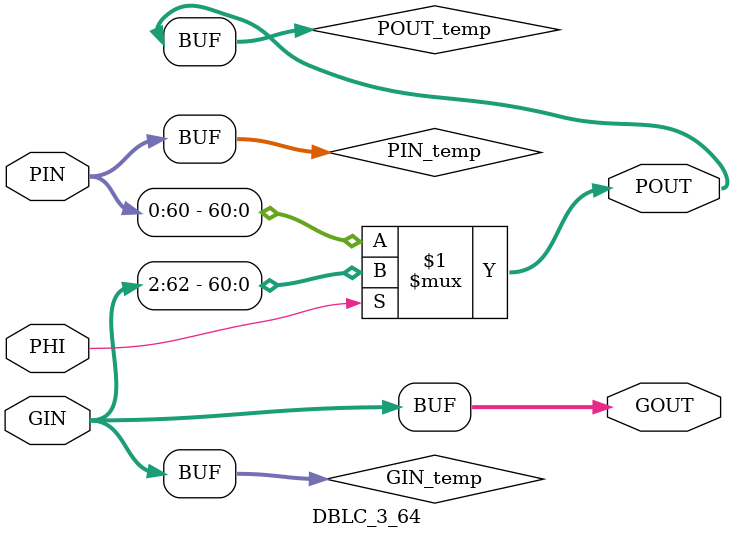
<source format=v>

module DBLC_3_64 ( PIN, GIN, PHI, POUT, GOUT );
input  [0:62] PIN;
input  [0:64] GIN;
input  PHI;
output [0:60] POUT;
output [0:64] GOUT;

wire [62:0] PIN_temp;
wire [64:0] GIN_temp;
wire [60:0] POUT_temp;

assign PIN_temp = {1'b0, PIN};
assign GIN_temp = {1'b0, GIN};

assign GOUT = GIN_temp;
assign POUT_temp = PHI ? GIN_temp[62:2] : PIN_temp[62:2];
assign POUT = POUT_temp[60:0];

endmodule
</source>
